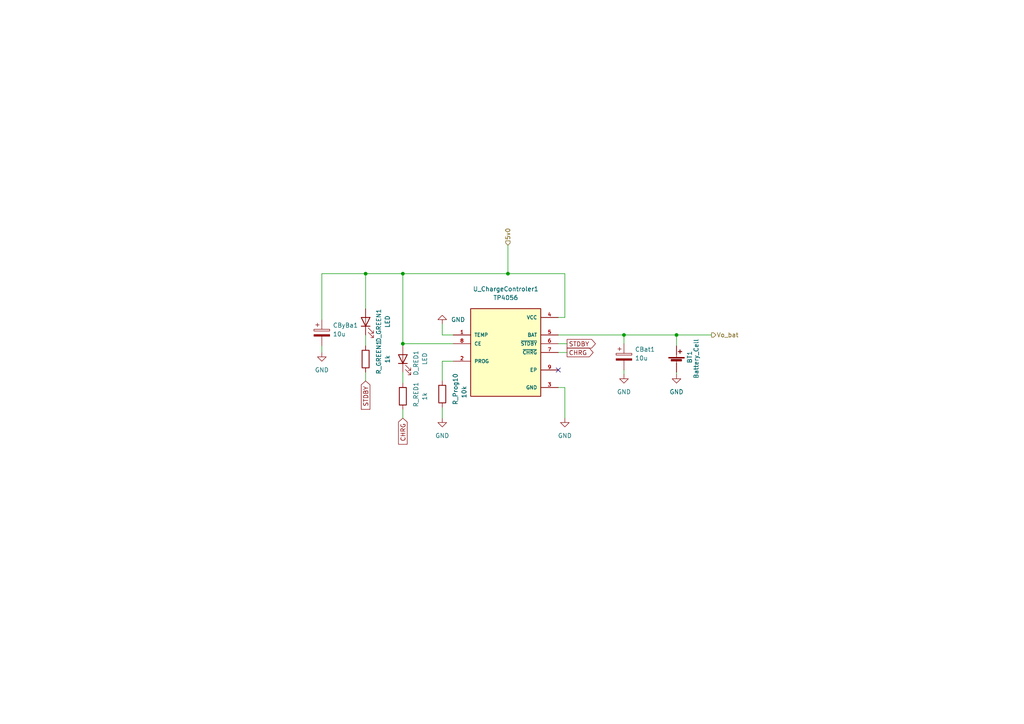
<source format=kicad_sch>
(kicad_sch (version 20211123) (generator eeschema)

  (uuid 3a30db1d-dcb1-4ab5-b88c-124960ad638e)

  (paper "A4")

  (lib_symbols
    (symbol "Device:Battery_Cell" (pin_numbers hide) (pin_names (offset 0) hide) (in_bom yes) (on_board yes)
      (property "Reference" "BT" (id 0) (at 2.54 2.54 0)
        (effects (font (size 1.27 1.27)) (justify left))
      )
      (property "Value" "Battery_Cell" (id 1) (at 2.54 0 0)
        (effects (font (size 1.27 1.27)) (justify left))
      )
      (property "Footprint" "" (id 2) (at 0 1.524 90)
        (effects (font (size 1.27 1.27)) hide)
      )
      (property "Datasheet" "~" (id 3) (at 0 1.524 90)
        (effects (font (size 1.27 1.27)) hide)
      )
      (property "ki_keywords" "battery cell" (id 4) (at 0 0 0)
        (effects (font (size 1.27 1.27)) hide)
      )
      (property "ki_description" "Single-cell battery" (id 5) (at 0 0 0)
        (effects (font (size 1.27 1.27)) hide)
      )
      (symbol "Battery_Cell_0_1"
        (rectangle (start -2.286 1.778) (end 2.286 1.524)
          (stroke (width 0) (type default) (color 0 0 0 0))
          (fill (type outline))
        )
        (rectangle (start -1.5748 1.1938) (end 1.4732 0.6858)
          (stroke (width 0) (type default) (color 0 0 0 0))
          (fill (type outline))
        )
        (polyline
          (pts
            (xy 0 0.762)
            (xy 0 0)
          )
          (stroke (width 0) (type default) (color 0 0 0 0))
          (fill (type none))
        )
        (polyline
          (pts
            (xy 0 1.778)
            (xy 0 2.54)
          )
          (stroke (width 0) (type default) (color 0 0 0 0))
          (fill (type none))
        )
        (polyline
          (pts
            (xy 0.508 3.429)
            (xy 1.524 3.429)
          )
          (stroke (width 0.254) (type default) (color 0 0 0 0))
          (fill (type none))
        )
        (polyline
          (pts
            (xy 1.016 3.937)
            (xy 1.016 2.921)
          )
          (stroke (width 0.254) (type default) (color 0 0 0 0))
          (fill (type none))
        )
      )
      (symbol "Battery_Cell_1_1"
        (pin passive line (at 0 5.08 270) (length 2.54)
          (name "+" (effects (font (size 1.27 1.27))))
          (number "1" (effects (font (size 1.27 1.27))))
        )
        (pin passive line (at 0 -2.54 90) (length 2.54)
          (name "-" (effects (font (size 1.27 1.27))))
          (number "2" (effects (font (size 1.27 1.27))))
        )
      )
    )
    (symbol "Device:C_Polarized" (pin_numbers hide) (pin_names (offset 0.254)) (in_bom yes) (on_board yes)
      (property "Reference" "C" (id 0) (at 0.635 2.54 0)
        (effects (font (size 1.27 1.27)) (justify left))
      )
      (property "Value" "C_Polarized" (id 1) (at 0.635 -2.54 0)
        (effects (font (size 1.27 1.27)) (justify left))
      )
      (property "Footprint" "" (id 2) (at 0.9652 -3.81 0)
        (effects (font (size 1.27 1.27)) hide)
      )
      (property "Datasheet" "~" (id 3) (at 0 0 0)
        (effects (font (size 1.27 1.27)) hide)
      )
      (property "ki_keywords" "cap capacitor" (id 4) (at 0 0 0)
        (effects (font (size 1.27 1.27)) hide)
      )
      (property "ki_description" "Polarized capacitor" (id 5) (at 0 0 0)
        (effects (font (size 1.27 1.27)) hide)
      )
      (property "ki_fp_filters" "CP_*" (id 6) (at 0 0 0)
        (effects (font (size 1.27 1.27)) hide)
      )
      (symbol "C_Polarized_0_1"
        (rectangle (start -2.286 0.508) (end 2.286 1.016)
          (stroke (width 0) (type default) (color 0 0 0 0))
          (fill (type none))
        )
        (polyline
          (pts
            (xy -1.778 2.286)
            (xy -0.762 2.286)
          )
          (stroke (width 0) (type default) (color 0 0 0 0))
          (fill (type none))
        )
        (polyline
          (pts
            (xy -1.27 2.794)
            (xy -1.27 1.778)
          )
          (stroke (width 0) (type default) (color 0 0 0 0))
          (fill (type none))
        )
        (rectangle (start 2.286 -0.508) (end -2.286 -1.016)
          (stroke (width 0) (type default) (color 0 0 0 0))
          (fill (type outline))
        )
      )
      (symbol "C_Polarized_1_1"
        (pin passive line (at 0 3.81 270) (length 2.794)
          (name "~" (effects (font (size 1.27 1.27))))
          (number "1" (effects (font (size 1.27 1.27))))
        )
        (pin passive line (at 0 -3.81 90) (length 2.794)
          (name "~" (effects (font (size 1.27 1.27))))
          (number "2" (effects (font (size 1.27 1.27))))
        )
      )
    )
    (symbol "Device:LED" (pin_numbers hide) (pin_names (offset 1.016) hide) (in_bom yes) (on_board yes)
      (property "Reference" "D" (id 0) (at 0 2.54 0)
        (effects (font (size 1.27 1.27)))
      )
      (property "Value" "LED" (id 1) (at 0 -2.54 0)
        (effects (font (size 1.27 1.27)))
      )
      (property "Footprint" "" (id 2) (at 0 0 0)
        (effects (font (size 1.27 1.27)) hide)
      )
      (property "Datasheet" "~" (id 3) (at 0 0 0)
        (effects (font (size 1.27 1.27)) hide)
      )
      (property "ki_keywords" "LED diode" (id 4) (at 0 0 0)
        (effects (font (size 1.27 1.27)) hide)
      )
      (property "ki_description" "Light emitting diode" (id 5) (at 0 0 0)
        (effects (font (size 1.27 1.27)) hide)
      )
      (property "ki_fp_filters" "LED* LED_SMD:* LED_THT:*" (id 6) (at 0 0 0)
        (effects (font (size 1.27 1.27)) hide)
      )
      (symbol "LED_0_1"
        (polyline
          (pts
            (xy -1.27 -1.27)
            (xy -1.27 1.27)
          )
          (stroke (width 0.254) (type default) (color 0 0 0 0))
          (fill (type none))
        )
        (polyline
          (pts
            (xy -1.27 0)
            (xy 1.27 0)
          )
          (stroke (width 0) (type default) (color 0 0 0 0))
          (fill (type none))
        )
        (polyline
          (pts
            (xy 1.27 -1.27)
            (xy 1.27 1.27)
            (xy -1.27 0)
            (xy 1.27 -1.27)
          )
          (stroke (width 0.254) (type default) (color 0 0 0 0))
          (fill (type none))
        )
        (polyline
          (pts
            (xy -3.048 -0.762)
            (xy -4.572 -2.286)
            (xy -3.81 -2.286)
            (xy -4.572 -2.286)
            (xy -4.572 -1.524)
          )
          (stroke (width 0) (type default) (color 0 0 0 0))
          (fill (type none))
        )
        (polyline
          (pts
            (xy -1.778 -0.762)
            (xy -3.302 -2.286)
            (xy -2.54 -2.286)
            (xy -3.302 -2.286)
            (xy -3.302 -1.524)
          )
          (stroke (width 0) (type default) (color 0 0 0 0))
          (fill (type none))
        )
      )
      (symbol "LED_1_1"
        (pin passive line (at -3.81 0 0) (length 2.54)
          (name "K" (effects (font (size 1.27 1.27))))
          (number "1" (effects (font (size 1.27 1.27))))
        )
        (pin passive line (at 3.81 0 180) (length 2.54)
          (name "A" (effects (font (size 1.27 1.27))))
          (number "2" (effects (font (size 1.27 1.27))))
        )
      )
    )
    (symbol "Device:R" (pin_numbers hide) (pin_names (offset 0)) (in_bom yes) (on_board yes)
      (property "Reference" "R" (id 0) (at 2.032 0 90)
        (effects (font (size 1.27 1.27)))
      )
      (property "Value" "R" (id 1) (at 0 0 90)
        (effects (font (size 1.27 1.27)))
      )
      (property "Footprint" "" (id 2) (at -1.778 0 90)
        (effects (font (size 1.27 1.27)) hide)
      )
      (property "Datasheet" "~" (id 3) (at 0 0 0)
        (effects (font (size 1.27 1.27)) hide)
      )
      (property "ki_keywords" "R res resistor" (id 4) (at 0 0 0)
        (effects (font (size 1.27 1.27)) hide)
      )
      (property "ki_description" "Resistor" (id 5) (at 0 0 0)
        (effects (font (size 1.27 1.27)) hide)
      )
      (property "ki_fp_filters" "R_*" (id 6) (at 0 0 0)
        (effects (font (size 1.27 1.27)) hide)
      )
      (symbol "R_0_1"
        (rectangle (start -1.016 -2.54) (end 1.016 2.54)
          (stroke (width 0.254) (type default) (color 0 0 0 0))
          (fill (type none))
        )
      )
      (symbol "R_1_1"
        (pin passive line (at 0 3.81 270) (length 1.27)
          (name "~" (effects (font (size 1.27 1.27))))
          (number "1" (effects (font (size 1.27 1.27))))
        )
        (pin passive line (at 0 -3.81 90) (length 1.27)
          (name "~" (effects (font (size 1.27 1.27))))
          (number "2" (effects (font (size 1.27 1.27))))
        )
      )
    )
    (symbol "TP4056:TP4056" (pin_names (offset 1.016)) (in_bom yes) (on_board yes)
      (property "Reference" "U" (id 0) (at -10.16 13.208 0)
        (effects (font (size 1.27 1.27)) (justify left bottom))
      )
      (property "Value" "TP4056" (id 1) (at -10.16 -15.24 0)
        (effects (font (size 1.27 1.27)) (justify left bottom))
      )
      (property "Footprint" "SOP127P600X175-9N" (id 2) (at 0 0 0)
        (effects (font (size 1.27 1.27)) (justify left bottom) hide)
      )
      (property "Datasheet" "" (id 3) (at 0 0 0)
        (effects (font (size 1.27 1.27)) (justify left bottom) hide)
      )
      (property "STANDARD" "IPC 7351B" (id 4) (at 0 0 0)
        (effects (font (size 1.27 1.27)) (justify left bottom) hide)
      )
      (property "MAXIMUM_PACKAGE_HEIGHT" "1.75mm" (id 5) (at 0 0 0)
        (effects (font (size 1.27 1.27)) (justify left bottom) hide)
      )
      (property "MANUFACTURER" "NanJing Top Power ASIC Corp." (id 6) (at 0 0 0)
        (effects (font (size 1.27 1.27)) (justify left bottom) hide)
      )
      (property "ki_locked" "" (id 7) (at 0 0 0)
        (effects (font (size 1.27 1.27)))
      )
      (symbol "TP4056_0_0"
        (rectangle (start -10.16 -12.7) (end 10.16 12.7)
          (stroke (width 0.254) (type default) (color 0 0 0 0))
          (fill (type background))
        )
        (pin input line (at -15.24 5.08 0) (length 5.08)
          (name "TEMP" (effects (font (size 1.016 1.016))))
          (number "1" (effects (font (size 1.016 1.016))))
        )
        (pin bidirectional line (at -15.24 -2.54 0) (length 5.08)
          (name "PROG" (effects (font (size 1.016 1.016))))
          (number "2" (effects (font (size 1.016 1.016))))
        )
        (pin power_in line (at 15.24 -10.16 180) (length 5.08)
          (name "GND" (effects (font (size 1.016 1.016))))
          (number "3" (effects (font (size 1.016 1.016))))
        )
        (pin power_in line (at 15.24 10.16 180) (length 5.08)
          (name "VCC" (effects (font (size 1.016 1.016))))
          (number "4" (effects (font (size 1.016 1.016))))
        )
        (pin output line (at 15.24 5.08 180) (length 5.08)
          (name "BAT" (effects (font (size 1.016 1.016))))
          (number "5" (effects (font (size 1.016 1.016))))
        )
        (pin output line (at 15.24 2.54 180) (length 5.08)
          (name "~{STDBY}" (effects (font (size 1.016 1.016))))
          (number "6" (effects (font (size 1.016 1.016))))
        )
        (pin output line (at 15.24 0 180) (length 5.08)
          (name "~{CHRG}" (effects (font (size 1.016 1.016))))
          (number "7" (effects (font (size 1.016 1.016))))
        )
        (pin input line (at -15.24 2.54 0) (length 5.08)
          (name "CE" (effects (font (size 1.016 1.016))))
          (number "8" (effects (font (size 1.016 1.016))))
        )
        (pin passive line (at 15.24 -5.08 180) (length 5.08)
          (name "EP" (effects (font (size 1.016 1.016))))
          (number "9" (effects (font (size 1.016 1.016))))
        )
      )
    )
    (symbol "power:GND" (power) (pin_names (offset 0)) (in_bom yes) (on_board yes)
      (property "Reference" "#PWR" (id 0) (at 0 -6.35 0)
        (effects (font (size 1.27 1.27)) hide)
      )
      (property "Value" "GND" (id 1) (at 0 -3.81 0)
        (effects (font (size 1.27 1.27)))
      )
      (property "Footprint" "" (id 2) (at 0 0 0)
        (effects (font (size 1.27 1.27)) hide)
      )
      (property "Datasheet" "" (id 3) (at 0 0 0)
        (effects (font (size 1.27 1.27)) hide)
      )
      (property "ki_keywords" "power-flag" (id 4) (at 0 0 0)
        (effects (font (size 1.27 1.27)) hide)
      )
      (property "ki_description" "Power symbol creates a global label with name \"GND\" , ground" (id 5) (at 0 0 0)
        (effects (font (size 1.27 1.27)) hide)
      )
      (symbol "GND_0_1"
        (polyline
          (pts
            (xy 0 0)
            (xy 0 -1.27)
            (xy 1.27 -1.27)
            (xy 0 -2.54)
            (xy -1.27 -1.27)
            (xy 0 -1.27)
          )
          (stroke (width 0) (type default) (color 0 0 0 0))
          (fill (type none))
        )
      )
      (symbol "GND_1_1"
        (pin power_in line (at 0 0 270) (length 0) hide
          (name "GND" (effects (font (size 1.27 1.27))))
          (number "1" (effects (font (size 1.27 1.27))))
        )
      )
    )
  )


  (junction (at 116.84 79.375) (diameter 0) (color 0 0 0 0)
    (uuid 025e716e-38dd-4282-9ede-8abafc8840d6)
  )
  (junction (at 196.215 97.155) (diameter 0) (color 0 0 0 0)
    (uuid 065644fe-049e-4a10-a250-fd6f30235bb2)
  )
  (junction (at 116.84 99.695) (diameter 0) (color 0 0 0 0)
    (uuid 0bfbea8e-307f-48cb-aadd-5cd7b7e155a4)
  )
  (junction (at 106.045 79.375) (diameter 0) (color 0 0 0 0)
    (uuid 445ee657-d5c7-4e21-8a11-fc9d1dd7a553)
  )
  (junction (at 180.975 97.155) (diameter 0) (color 0 0 0 0)
    (uuid 841ed2d0-fd98-42df-af6d-99b912598bd7)
  )
  (junction (at 147.32 79.375) (diameter 0) (color 0 0 0 0)
    (uuid 8d975f05-cd88-449e-a807-c33eedf60556)
  )

  (no_connect (at 161.925 107.315) (uuid 45088f18-9b85-4f3e-9bf6-dcf88e0af634))

  (wire (pts (xy 116.84 79.375) (xy 106.045 79.375))
    (stroke (width 0) (type default) (color 0 0 0 0))
    (uuid 165f59d7-cb0e-4ab4-9d6a-fc8e31e24b88)
  )
  (wire (pts (xy 180.975 97.155) (xy 180.975 99.695))
    (stroke (width 0) (type default) (color 0 0 0 0))
    (uuid 16fcfc5a-e61d-4018-929f-4a1a0a4a1eeb)
  )
  (wire (pts (xy 93.345 79.375) (xy 93.345 92.71))
    (stroke (width 0) (type default) (color 0 0 0 0))
    (uuid 1c9a0e95-fa2c-451e-b245-8844c16a8334)
  )
  (wire (pts (xy 128.27 104.775) (xy 128.27 110.49))
    (stroke (width 0) (type default) (color 0 0 0 0))
    (uuid 1ccdc430-250d-4ab4-98e0-7b69b4c436b2)
  )
  (wire (pts (xy 93.345 100.33) (xy 93.345 102.235))
    (stroke (width 0) (type default) (color 0 0 0 0))
    (uuid 1de80831-f678-4dda-bc5a-d3bc5b0c8278)
  )
  (wire (pts (xy 131.445 104.775) (xy 128.27 104.775))
    (stroke (width 0) (type default) (color 0 0 0 0))
    (uuid 23e3a42e-5d9e-4042-b14f-e3dd6bf7936c)
  )
  (wire (pts (xy 196.215 97.155) (xy 206.375 97.155))
    (stroke (width 0) (type default) (color 0 0 0 0))
    (uuid 277f5ef2-3644-442b-8837-5a9082168905)
  )
  (wire (pts (xy 180.975 97.155) (xy 196.215 97.155))
    (stroke (width 0) (type default) (color 0 0 0 0))
    (uuid 29c82c6c-e91e-4b10-bc0a-aebc74a0f2e5)
  )
  (wire (pts (xy 161.925 112.395) (xy 163.83 112.395))
    (stroke (width 0) (type default) (color 0 0 0 0))
    (uuid 39abeeda-3be4-435d-86cd-9fb058f0fa43)
  )
  (wire (pts (xy 116.84 107.95) (xy 116.84 111.125))
    (stroke (width 0) (type default) (color 0 0 0 0))
    (uuid 4264ad4a-08c7-4caf-bdc9-83a4027754e1)
  )
  (wire (pts (xy 106.045 79.375) (xy 93.345 79.375))
    (stroke (width 0) (type default) (color 0 0 0 0))
    (uuid 4dbf32be-9208-4af2-bdd5-40721baaef48)
  )
  (wire (pts (xy 116.84 118.745) (xy 116.84 121.285))
    (stroke (width 0) (type default) (color 0 0 0 0))
    (uuid 567f3fcf-94a0-4370-a0ed-aa2e251f5ef3)
  )
  (wire (pts (xy 128.27 118.11) (xy 128.27 121.285))
    (stroke (width 0) (type default) (color 0 0 0 0))
    (uuid 5c9a1549-4217-4dee-8b81-d2c7f93fe6b6)
  )
  (wire (pts (xy 161.925 99.695) (xy 164.465 99.695))
    (stroke (width 0) (type default) (color 0 0 0 0))
    (uuid 6ee81511-9913-435e-b73e-09b16e9b2ae3)
  )
  (wire (pts (xy 180.975 107.315) (xy 180.975 108.585))
    (stroke (width 0) (type default) (color 0 0 0 0))
    (uuid 713e2272-f4c6-44be-a692-86526a08cfc4)
  )
  (wire (pts (xy 116.84 79.375) (xy 116.84 99.695))
    (stroke (width 0) (type default) (color 0 0 0 0))
    (uuid 7d42ae3c-9964-4e6d-b6f6-9413b0c0ece8)
  )
  (wire (pts (xy 131.445 97.155) (xy 128.27 97.155))
    (stroke (width 0) (type default) (color 0 0 0 0))
    (uuid 7da46e98-4ee8-4d69-af8b-1d2c0650bd14)
  )
  (wire (pts (xy 196.215 97.155) (xy 196.215 100.33))
    (stroke (width 0) (type default) (color 0 0 0 0))
    (uuid 7fbcbf41-11e0-4d28-853a-22e28dbf2456)
  )
  (wire (pts (xy 106.045 79.375) (xy 106.045 89.535))
    (stroke (width 0) (type default) (color 0 0 0 0))
    (uuid 8265c913-4152-4647-9dec-fc0b6ae5c37b)
  )
  (wire (pts (xy 163.83 79.375) (xy 163.83 92.075))
    (stroke (width 0) (type default) (color 0 0 0 0))
    (uuid 826e53b0-3c9f-4c55-8255-b08710fff857)
  )
  (wire (pts (xy 128.27 97.155) (xy 128.27 93.98))
    (stroke (width 0) (type default) (color 0 0 0 0))
    (uuid 87e89a84-ecb0-4adb-91d6-4e1271367732)
  )
  (wire (pts (xy 131.445 99.695) (xy 116.84 99.695))
    (stroke (width 0) (type default) (color 0 0 0 0))
    (uuid a0cb0e12-c287-4573-abbd-9cf937f66d15)
  )
  (wire (pts (xy 116.84 99.695) (xy 116.84 100.33))
    (stroke (width 0) (type default) (color 0 0 0 0))
    (uuid a74eb973-a7b0-4c52-ba84-35cd1d5b1c6c)
  )
  (wire (pts (xy 147.32 79.375) (xy 163.83 79.375))
    (stroke (width 0) (type default) (color 0 0 0 0))
    (uuid a771b7c0-4aaa-4486-a1a8-c4936f77f0c9)
  )
  (wire (pts (xy 147.32 79.375) (xy 116.84 79.375))
    (stroke (width 0) (type default) (color 0 0 0 0))
    (uuid a794796a-001d-47b8-ac29-6b3e11e7dcc0)
  )
  (wire (pts (xy 147.32 71.12) (xy 147.32 79.375))
    (stroke (width 0) (type default) (color 0 0 0 0))
    (uuid c8087c2f-0f26-4eb2-9c3d-eaa2e14ae885)
  )
  (wire (pts (xy 106.045 97.155) (xy 106.045 100.33))
    (stroke (width 0) (type default) (color 0 0 0 0))
    (uuid cf300469-3de6-4fa3-af0a-6f36674db052)
  )
  (wire (pts (xy 161.925 97.155) (xy 180.975 97.155))
    (stroke (width 0) (type default) (color 0 0 0 0))
    (uuid cfa8d691-f5c0-430d-8a78-49c0250a9cda)
  )
  (wire (pts (xy 196.215 107.95) (xy 196.215 108.585))
    (stroke (width 0) (type default) (color 0 0 0 0))
    (uuid eac0b31f-2512-433f-976c-b9a723f07a92)
  )
  (wire (pts (xy 163.83 112.395) (xy 163.83 121.285))
    (stroke (width 0) (type default) (color 0 0 0 0))
    (uuid ec339463-3498-4224-8942-dba514e5f486)
  )
  (wire (pts (xy 106.045 107.95) (xy 106.045 110.49))
    (stroke (width 0) (type default) (color 0 0 0 0))
    (uuid ec6f1f2d-d7bb-4f08-aa90-ce554bc045dd)
  )
  (wire (pts (xy 161.925 102.235) (xy 164.465 102.235))
    (stroke (width 0) (type default) (color 0 0 0 0))
    (uuid ec877bce-0072-4fc6-9343-740ab1ae33f7)
  )
  (wire (pts (xy 163.83 92.075) (xy 161.925 92.075))
    (stroke (width 0) (type default) (color 0 0 0 0))
    (uuid f94f451f-6a86-41e1-8456-e2baf2f325b4)
  )

  (global_label "CHRG" (shape input) (at 116.84 121.285 270) (fields_autoplaced)
    (effects (font (size 1.27 1.27)) (justify right))
    (uuid 69765366-a6f7-4bcc-a919-a24ee172fb23)
    (property "Intersheet References" "${INTERSHEET_REFS}" (id 0) (at 116.7606 128.8386 90)
      (effects (font (size 1.27 1.27)) (justify right) hide)
    )
  )
  (global_label "CHRG" (shape output) (at 164.465 102.235 0) (fields_autoplaced)
    (effects (font (size 1.27 1.27)) (justify left))
    (uuid 83851312-7bfd-4bdd-a9f3-beb454785a21)
    (property "Intersheet References" "${INTERSHEET_REFS}" (id 0) (at 172.0186 102.1556 0)
      (effects (font (size 1.27 1.27)) (justify left) hide)
    )
  )
  (global_label "STDBY" (shape input) (at 106.045 110.49 270) (fields_autoplaced)
    (effects (font (size 1.27 1.27)) (justify right))
    (uuid 93aa3b12-0c79-486c-82c7-b7ca0defb047)
    (property "Intersheet References" "${INTERSHEET_REFS}" (id 0) (at 105.9656 118.7088 90)
      (effects (font (size 1.27 1.27)) (justify right) hide)
    )
  )
  (global_label "STDBY" (shape output) (at 164.465 99.695 0) (fields_autoplaced)
    (effects (font (size 1.27 1.27)) (justify left))
    (uuid f5c2d7cd-b10b-400c-b2f9-5c309661991f)
    (property "Intersheet References" "${INTERSHEET_REFS}" (id 0) (at 172.6838 99.6156 0)
      (effects (font (size 1.27 1.27)) (justify left) hide)
    )
  )

  (hierarchical_label "Vo_bat" (shape output) (at 206.375 97.155 0)
    (effects (font (size 1.27 1.27)) (justify left))
    (uuid 04b61cae-1e0f-40f4-97ca-12ff8b5e47de)
  )
  (hierarchical_label "5v0" (shape input) (at 147.32 71.12 90)
    (effects (font (size 1.27 1.27)) (justify left))
    (uuid 7f7f7a1d-3f1a-48b2-881f-4fae376a6f59)
  )

  (symbol (lib_id "Device:R") (at 128.27 114.3 0) (unit 1)
    (in_bom yes) (on_board yes)
    (uuid 1b4964d3-02d9-499c-9270-967305e8da20)
    (property "Reference" "R_Prog10" (id 0) (at 132.08 117.475 90)
      (effects (font (size 1.27 1.27)) (justify left))
    )
    (property "Value" "10k" (id 1) (at 134.62 115.57 90)
      (effects (font (size 1.27 1.27)) (justify left))
    )
    (property "Footprint" "Resistor_SMD:R_0805_2012Metric_Pad1.20x1.40mm_HandSolder" (id 2) (at 126.492 114.3 90)
      (effects (font (size 1.27 1.27)) hide)
    )
    (property "Datasheet" "~" (id 3) (at 128.27 114.3 0)
      (effects (font (size 1.27 1.27)) hide)
    )
    (pin "1" (uuid efd7133e-f61c-4b9e-b207-b570169ca55d))
    (pin "2" (uuid 80837f33-f3df-4288-9180-9ea9bd06d8ef))
  )

  (symbol (lib_id "power:GND") (at 128.27 121.285 0) (unit 1)
    (in_bom yes) (on_board yes) (fields_autoplaced)
    (uuid 248036d8-3854-4916-b17c-506fb589c4bc)
    (property "Reference" "#PWR0131" (id 0) (at 128.27 127.635 0)
      (effects (font (size 1.27 1.27)) hide)
    )
    (property "Value" "GND" (id 1) (at 128.27 126.365 0))
    (property "Footprint" "" (id 2) (at 128.27 121.285 0)
      (effects (font (size 1.27 1.27)) hide)
    )
    (property "Datasheet" "" (id 3) (at 128.27 121.285 0)
      (effects (font (size 1.27 1.27)) hide)
    )
    (pin "1" (uuid 45df4908-2d4a-46b3-9d80-5e528e71ed55))
  )

  (symbol (lib_id "power:GND") (at 93.345 102.235 0) (unit 1)
    (in_bom yes) (on_board yes) (fields_autoplaced)
    (uuid 3dd5f45b-a515-4010-ad31-e5528fb1f121)
    (property "Reference" "#PWR0130" (id 0) (at 93.345 108.585 0)
      (effects (font (size 1.27 1.27)) hide)
    )
    (property "Value" "GND" (id 1) (at 93.345 107.315 0))
    (property "Footprint" "" (id 2) (at 93.345 102.235 0)
      (effects (font (size 1.27 1.27)) hide)
    )
    (property "Datasheet" "" (id 3) (at 93.345 102.235 0)
      (effects (font (size 1.27 1.27)) hide)
    )
    (pin "1" (uuid b09411bc-779d-4caa-9c26-5346ed0bb7ed))
  )

  (symbol (lib_id "Device:R") (at 116.84 114.935 0) (unit 1)
    (in_bom yes) (on_board yes)
    (uuid 4118bc15-9eac-43e3-95c9-f76dd496989b)
    (property "Reference" "R_RED1" (id 0) (at 120.65 118.11 90)
      (effects (font (size 1.27 1.27)) (justify left))
    )
    (property "Value" "1k" (id 1) (at 123.19 116.205 90)
      (effects (font (size 1.27 1.27)) (justify left))
    )
    (property "Footprint" "Resistor_SMD:R_0805_2012Metric_Pad1.20x1.40mm_HandSolder" (id 2) (at 115.062 114.935 90)
      (effects (font (size 1.27 1.27)) hide)
    )
    (property "Datasheet" "~" (id 3) (at 116.84 114.935 0)
      (effects (font (size 1.27 1.27)) hide)
    )
    (pin "1" (uuid 1dad87c6-a61a-4aee-acd5-e6a66af87415))
    (pin "2" (uuid 4b3e316e-cb92-4060-ac9b-90d24660b5e8))
  )

  (symbol (lib_id "power:GND") (at 163.83 121.285 0) (unit 1)
    (in_bom yes) (on_board yes) (fields_autoplaced)
    (uuid 41a404c5-ead0-4268-8070-bab0666e3df4)
    (property "Reference" "#PWR0129" (id 0) (at 163.83 127.635 0)
      (effects (font (size 1.27 1.27)) hide)
    )
    (property "Value" "GND" (id 1) (at 163.83 126.365 0))
    (property "Footprint" "" (id 2) (at 163.83 121.285 0)
      (effects (font (size 1.27 1.27)) hide)
    )
    (property "Datasheet" "" (id 3) (at 163.83 121.285 0)
      (effects (font (size 1.27 1.27)) hide)
    )
    (pin "1" (uuid 8e3e8a1e-a9f8-4823-a759-19acba143f2d))
  )

  (symbol (lib_id "power:GND") (at 128.27 93.98 180) (unit 1)
    (in_bom yes) (on_board yes) (fields_autoplaced)
    (uuid 434d1f64-9426-46b1-a8a9-ec57ea594547)
    (property "Reference" "#PWR0128" (id 0) (at 128.27 87.63 0)
      (effects (font (size 1.27 1.27)) hide)
    )
    (property "Value" "GND" (id 1) (at 130.81 92.7099 0)
      (effects (font (size 1.27 1.27)) (justify right))
    )
    (property "Footprint" "" (id 2) (at 128.27 93.98 0)
      (effects (font (size 1.27 1.27)) hide)
    )
    (property "Datasheet" "" (id 3) (at 128.27 93.98 0)
      (effects (font (size 1.27 1.27)) hide)
    )
    (pin "1" (uuid bbf52afe-6fc2-4843-afae-6b73e76e3e1a))
  )

  (symbol (lib_id "Device:LED") (at 116.84 104.14 90) (unit 1)
    (in_bom yes) (on_board yes)
    (uuid 61395088-d6a5-48f8-bf04-3d49b707028e)
    (property "Reference" "D_RED1" (id 0) (at 120.65 101.6 0)
      (effects (font (size 1.27 1.27)) (justify right))
    )
    (property "Value" "LED" (id 1) (at 123.19 102.235 0)
      (effects (font (size 1.27 1.27)) (justify right))
    )
    (property "Footprint" "LED_SMD:LED_0805_2012Metric_Pad1.15x1.40mm_HandSolder" (id 2) (at 116.84 104.14 0)
      (effects (font (size 1.27 1.27)) hide)
    )
    (property "Datasheet" "~" (id 3) (at 116.84 104.14 0)
      (effects (font (size 1.27 1.27)) hide)
    )
    (pin "1" (uuid 39ae66a4-58f5-46ee-baf9-3d0fd7c0dccf))
    (pin "2" (uuid 63725d5f-9b26-4012-aef4-ec9b67135c8a))
  )

  (symbol (lib_id "Device:R") (at 106.045 104.14 0) (unit 1)
    (in_bom yes) (on_board yes)
    (uuid 64f629c7-cdd7-4ad8-bf5c-c40dbcf2e735)
    (property "Reference" "R_GREEN1" (id 0) (at 109.855 108.585 90)
      (effects (font (size 1.27 1.27)) (justify left))
    )
    (property "Value" "1k" (id 1) (at 112.395 105.41 90)
      (effects (font (size 1.27 1.27)) (justify left))
    )
    (property "Footprint" "Resistor_SMD:R_0805_2012Metric_Pad1.20x1.40mm_HandSolder" (id 2) (at 104.267 104.14 90)
      (effects (font (size 1.27 1.27)) hide)
    )
    (property "Datasheet" "~" (id 3) (at 106.045 104.14 0)
      (effects (font (size 1.27 1.27)) hide)
    )
    (pin "1" (uuid 83357d31-61a3-4372-a3b0-874f23bb7452))
    (pin "2" (uuid f7e52f99-cdfc-46d0-a123-b7b3cf47a57b))
  )

  (symbol (lib_id "power:GND") (at 180.975 108.585 0) (unit 1)
    (in_bom yes) (on_board yes) (fields_autoplaced)
    (uuid 65a0e8c7-3bda-4a2f-9cda-1b7b50e54665)
    (property "Reference" "#PWR0134" (id 0) (at 180.975 114.935 0)
      (effects (font (size 1.27 1.27)) hide)
    )
    (property "Value" "GND" (id 1) (at 180.975 113.665 0))
    (property "Footprint" "" (id 2) (at 180.975 108.585 0)
      (effects (font (size 1.27 1.27)) hide)
    )
    (property "Datasheet" "" (id 3) (at 180.975 108.585 0)
      (effects (font (size 1.27 1.27)) hide)
    )
    (pin "1" (uuid d15fbfc8-653f-49b2-9c0c-8e12831cc323))
  )

  (symbol (lib_id "TP4056:TP4056") (at 146.685 102.235 0) (unit 1)
    (in_bom yes) (on_board yes) (fields_autoplaced)
    (uuid 69efa30c-4540-4ed3-b106-a85fe6cfd8c5)
    (property "Reference" "U_ChargeControler1" (id 0) (at 146.685 83.82 0))
    (property "Value" "TP4056" (id 1) (at 146.685 86.36 0))
    (property "Footprint" "TP4056_Bcharge:SOP127P600X175-9N" (id 2) (at 146.685 102.235 0)
      (effects (font (size 1.27 1.27)) (justify left bottom) hide)
    )
    (property "Datasheet" "https://www.sigmaelectronica.net/wp-content/uploads/2018/01/TP4056-lipo-charger.pdf" (id 3) (at 146.685 102.235 0)
      (effects (font (size 1.27 1.27)) (justify left bottom) hide)
    )
    (property "STANDARD" "IPC 7351B" (id 4) (at 146.685 102.235 0)
      (effects (font (size 1.27 1.27)) (justify left bottom) hide)
    )
    (property "MAXIMUM_PACKAGE_HEIGHT" "1.75mm" (id 5) (at 146.685 102.235 0)
      (effects (font (size 1.27 1.27)) (justify left bottom) hide)
    )
    (property "MANUFACTURER" "NanJing Top Power ASIC Corp." (id 6) (at 146.685 102.235 0)
      (effects (font (size 1.27 1.27)) (justify left bottom) hide)
    )
    (pin "1" (uuid afeae90c-52f9-4fcc-b941-6d14ffcc762f))
    (pin "2" (uuid a920216d-2a1d-4554-8446-c27287d10295))
    (pin "3" (uuid 6c6b1c0c-51bd-4a1c-b2f6-4c996d66285e))
    (pin "4" (uuid a2f29175-3a53-4b88-b774-8ee81e7d0423))
    (pin "5" (uuid b86828ce-09ef-4baf-be02-aed06135b8b9))
    (pin "6" (uuid f832e187-5675-465b-b2f6-24c98029ed5e))
    (pin "7" (uuid 3ad6d81e-56d4-4c9c-8e2a-2109e3b7914e))
    (pin "8" (uuid 3e43cb60-f3e2-4500-aae3-5d210aef11c9))
    (pin "9" (uuid 8d1dfa2c-6000-4809-9fcb-6cdcb868eb21))
  )

  (symbol (lib_id "Device:C_Polarized") (at 93.345 96.52 0) (unit 1)
    (in_bom yes) (on_board yes) (fields_autoplaced)
    (uuid 95d20b22-15a2-4d6e-ad13-d156dc884049)
    (property "Reference" "CByBa1" (id 0) (at 96.52 94.3609 0)
      (effects (font (size 1.27 1.27)) (justify left))
    )
    (property "Value" "10u" (id 1) (at 96.52 96.9009 0)
      (effects (font (size 1.27 1.27)) (justify left))
    )
    (property "Footprint" "Capacitor_SMD:CP_Elec_6.3x5.8" (id 2) (at 94.3102 100.33 0)
      (effects (font (size 1.27 1.27)) hide)
    )
    (property "Datasheet" "~" (id 3) (at 93.345 96.52 0)
      (effects (font (size 1.27 1.27)) hide)
    )
    (pin "1" (uuid a134a1c5-4a83-4d9f-b572-dfea4272bf86))
    (pin "2" (uuid c0dd0fec-bda0-4be6-bfd9-4d74cb0739a6))
  )

  (symbol (lib_id "Device:C_Polarized") (at 180.975 103.505 0) (unit 1)
    (in_bom yes) (on_board yes) (fields_autoplaced)
    (uuid b4774218-3cde-41be-8cb1-0e0a1b16ecf4)
    (property "Reference" "CBat1" (id 0) (at 184.15 101.3459 0)
      (effects (font (size 1.27 1.27)) (justify left))
    )
    (property "Value" "10u" (id 1) (at 184.15 103.8859 0)
      (effects (font (size 1.27 1.27)) (justify left))
    )
    (property "Footprint" "Capacitor_SMD:CP_Elec_6.3x5.8" (id 2) (at 181.9402 107.315 0)
      (effects (font (size 1.27 1.27)) hide)
    )
    (property "Datasheet" "~" (id 3) (at 180.975 103.505 0)
      (effects (font (size 1.27 1.27)) hide)
    )
    (pin "1" (uuid 8b7d3131-7de4-4884-96ed-a20f9a287ecb))
    (pin "2" (uuid b405c7b4-964f-4f82-a473-e457bc7307ad))
  )

  (symbol (lib_id "Device:LED") (at 106.045 93.345 90) (unit 1)
    (in_bom yes) (on_board yes)
    (uuid b4b31f94-7238-4ebb-8945-f8429e813474)
    (property "Reference" "D_GREEN1" (id 0) (at 109.855 89.535 0)
      (effects (font (size 1.27 1.27)) (justify right))
    )
    (property "Value" "LED" (id 1) (at 112.395 91.44 0)
      (effects (font (size 1.27 1.27)) (justify right))
    )
    (property "Footprint" "LED_SMD:LED_0805_2012Metric_Pad1.15x1.40mm_HandSolder" (id 2) (at 106.045 93.345 0)
      (effects (font (size 1.27 1.27)) hide)
    )
    (property "Datasheet" "~" (id 3) (at 106.045 93.345 0)
      (effects (font (size 1.27 1.27)) hide)
    )
    (pin "1" (uuid 4ec922dd-0bba-4456-b1db-2ff6d1f522b4))
    (pin "2" (uuid 345419b8-e69f-45f3-88c4-0ef4ad890c25))
  )

  (symbol (lib_id "power:GND") (at 196.215 108.585 0) (unit 1)
    (in_bom yes) (on_board yes) (fields_autoplaced)
    (uuid ba4495f4-a3c7-46f6-83cd-c94d1edd8185)
    (property "Reference" "#PWR0133" (id 0) (at 196.215 114.935 0)
      (effects (font (size 1.27 1.27)) hide)
    )
    (property "Value" "GND" (id 1) (at 196.215 113.665 0))
    (property "Footprint" "" (id 2) (at 196.215 108.585 0)
      (effects (font (size 1.27 1.27)) hide)
    )
    (property "Datasheet" "" (id 3) (at 196.215 108.585 0)
      (effects (font (size 1.27 1.27)) hide)
    )
    (pin "1" (uuid fbcd0afd-5fbe-4555-a075-9d302945c1b0))
  )

  (symbol (lib_id "Device:Battery_Cell") (at 196.215 105.41 0) (unit 1)
    (in_bom yes) (on_board yes)
    (uuid c297cc2f-bdf9-4ac6-8db1-5f054cb407ae)
    (property "Reference" "BT1" (id 0) (at 200.025 105.41 90)
      (effects (font (size 1.27 1.27)) (justify left))
    )
    (property "Value" "Battery_Cell" (id 1) (at 201.93 109.855 90)
      (effects (font (size 1.27 1.27)) (justify left))
    )
    (property "Footprint" "Battery:BatteryHolder_MPD_BH-18650-PC2" (id 2) (at 196.215 103.886 90)
      (effects (font (size 1.27 1.27)) hide)
    )
    (property "Datasheet" "~" (id 3) (at 196.215 103.886 90)
      (effects (font (size 1.27 1.27)) hide)
    )
    (pin "1" (uuid fca801f4-05a5-4b88-9159-c5c5cdf4854c))
    (pin "2" (uuid 8d1eb80e-8a3b-49fb-96ff-26a78f2c6390))
  )
)

</source>
